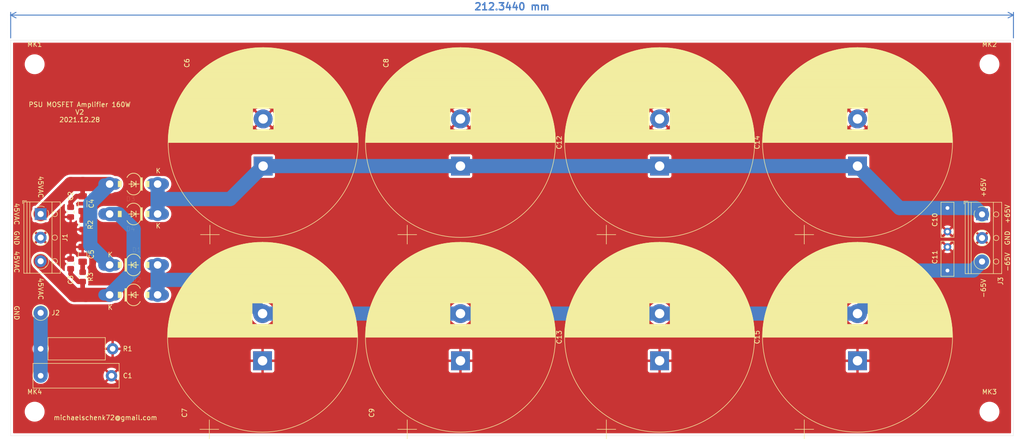
<source format=kicad_pcb>
(kicad_pcb (version 20211014) (generator pcbnew)
  (layers (0 "F.Cu" signal) (31 "B.Cu" signal) (34 "B.Paste" user) (35 "F.Paste" user) (36 "B.SilkS" user "B.Silkscreen") (37 "F.SilkS" user "F.Silkscreen") (38 "B.Mask" user) (39 "F.Mask" user) (44 "Edge.Cuts" user))
  (net 0 "")
  (net 1 "GND")
  (net 2 "Net-(C1-Pad1)")
  (net 3 "Net-(C2-Pad1)")
  (net 4 "Net-(C3-Pad2)")
  (net 5 "Net-(C4-Pad2)")
  (net 6 "Net-(C5-Pad2)")
  (net 7 "Net-(C6-Pad1)")
  (net 8 "Net-(C7-Pad2)")
  (footprint "Capacitor_THT:C_Rect_L18.0mm_W5.0mm_P15.00mm_FKS3_FKP3" (layer "F.Cu") (at 26.416 94.742)
    (fp_text reference "C1" (at 18.415 0) (layer "F.SilkS"))
    (fp_text value "2.2nF 2kV")
    (pad "1" thru_hole circle locked (at 0 0) (size 2.4 2.4) (drill 1.2) (layers *.Cu *.Mask) (net 2 "Net-(C1-Pad1)"))
    (pad "2" thru_hole circle locked (at 15 0) (size 2.4 2.4) (drill 1.2) (layers *.Cu *.Mask) (net 1 "GND"))
  )
  (footprint "Capacitor_SMD:C_0805_2012Metric_Pad1.18x1.45mm_HandSolder" (layer "F.Cu") (at 32.766 60.0495 -90)
    (fp_text reference "C2" (at -3.4075 0 90) (layer "F.SilkS"))
    (fp_text value "Cx/10nF/200V")
    (pad "1" smd roundrect locked (at -1.0375 0 270) (size 1.175 1.45) (layers "F.Cu" "F.Paste" "F.Mask") (roundrect_rratio 0.2127659574) (net 3 "Net-(C2-Pad1)"))
    (pad "2" smd roundrect locked (at 1.0375 0 270) (size 1.175 1.45) (layers "F.Cu" "F.Paste" "F.Mask") (roundrect_rratio 0.2127659574) (net 1 "GND"))
  )
  (footprint "Capacitor_SMD:C_0805_2012Metric_Pad1.18x1.45mm_HandSolder" (layer "F.Cu") (at 32.766 71.0145 -90)
    (fp_text reference "C3" (at 3.4075 0 90) (layer "F.SilkS"))
    (fp_text value "Cx/10nF/200V")
    (pad "1" smd roundrect locked (at -1.0375 0 270) (size 1.175 1.45) (layers "F.Cu" "F.Paste" "F.Mask") (roundrect_rratio 0.2127659574) (net 1 "GND"))
    (pad "2" smd roundrect locked (at 1.0375 0 270) (size 1.175 1.45) (layers "F.Cu" "F.Paste" "F.Mask") (roundrect_rratio 0.2127659574) (net 4 "Net-(C3-Pad2)"))
  )
  (footprint "Capacitor_SMD:C_1206_3216Metric_Pad1.33x1.80mm_HandSolder" (layer "F.Cu") (at 35.306 58.2545 -90)
    (fp_text reference "C4" (at 0 -1.85 90) (layer "F.SilkS"))
    (fp_text value "Cs")
    (pad "1" smd roundrect locked (at -1.5625 0 270) (size 1.325 1.8) (layers "F.Cu" "F.Paste" "F.Mask") (roundrect_rratio 0.1886784906) (net 3 "Net-(C2-Pad1)"))
    (pad "2" smd roundrect locked (at 1.5625 0 270) (size 1.325 1.8) (layers "F.Cu" "F.Paste" "F.Mask") (roundrect_rratio 0.1886784906) (net 5 "Net-(C4-Pad2)"))
  )
  (footprint "Capacitor_SMD:C_1206_3216Metric_Pad1.33x1.80mm_HandSolder" (layer "F.Cu") (at 35.306 68.9995 -90)
    (fp_text reference "C5" (at 0 -1.85 90) (layer "F.SilkS"))
    (fp_text value "Cs")
    (pad "1" smd roundrect locked (at -1.5625 0 270) (size 1.325 1.8) (layers "F.Cu" "F.Paste" "F.Mask") (roundrect_rratio 0.1886784906) (net 1 "GND"))
    (pad "2" smd roundrect locked (at 1.5625 0 270) (size 1.325 1.8) (layers "F.Cu" "F.Paste" "F.Mask") (roundrect_rratio 0.1886784906) (net 6 "Net-(C5-Pad2)"))
  )
  (footprint "Capacitor_THT:CP_Radial_D40.0mm_P10.00mm_SnapIn" (layer "F.Cu") (at 73.533 50.292 90)
    (fp_text reference "C6" (at 21.844 -16.129 90) (layer "F.SilkS"))
    (fp_text value "10000uF/100V")
    (pad "1" thru_hole rect locked (at 0 0 90) (size 4 4) (drill 2) (layers *.Cu *.Mask) (net 7 "Net-(C6-Pad1)"))
    (pad "2" thru_hole circle locked (at 10 0 90) (size 4 4) (drill 2) (layers *.Cu *.Mask) (net 1 "GND"))
  )
  (footprint "Capacitor_THT:CP_Radial_D40.0mm_P10.00mm_SnapIn" (layer "F.Cu") (at 73.406 91.567 90)
    (fp_text reference "C7" (at -11.049 -16.51 90) (layer "F.SilkS"))
    (fp_text value "10000uF/100V")
    (pad "1" thru_hole rect locked (at 0 0 90) (size 4 4) (drill 2) (layers *.Cu *.Mask) (net 1 "GND"))
    (pad "2" thru_hole circle locked (at 10 0 90) (size 4 4) (drill 2) (layers *.Cu *.Mask) (net 8 "Net-(C7-Pad2)"))
  )
  (footprint "Capacitor_THT:CP_Radial_D40.0mm_P10.00mm_SnapIn" (layer "F.Cu") (at 115.316 50.292 90)
    (fp_text reference "C8" (at 21.844 -15.748 90) (layer "F.SilkS"))
    (fp_text value "10000uF/100V")
    (pad "1" thru_hole rect locked (at 0 0 90) (size 4 4) (drill 2) (layers *.Cu *.Mask) (net 7 "Net-(C6-Pad1)"))
    (pad "2" thru_hole circle locked (at 10 0 90) (size 4 4) (drill 2) (layers *.Cu *.Mask) (net 1 "GND"))
  )
  (footprint "Capacitor_THT:CP_Radial_D40.0mm_P10.00mm_SnapIn" (layer "F.Cu") (at 115.316 91.567 90)
    (fp_text reference "C9" (at -11.049 -18.796 90) (layer "F.SilkS"))
    (fp_text value "10000uF/100V")
    (pad "1" thru_hole rect locked (at 0 0 90) (size 4 4) (drill 2) (layers *.Cu *.Mask) (net 1 "GND"))
    (pad "2" thru_hole circle locked (at 10 0 90) (size 4 4) (drill 2) (layers *.Cu *.Mask) (net 8 "Net-(C7-Pad2)"))
  )
  (footprint "kicad-snk:SOD64-10" (layer "F.Cu") (at 46.101 71.247)
    (fp_text reference "D1" (at 0.63569 -3.17845) (layer "F.SilkS") (effects (font (size 1.001087 1.001087) (thickness 0.015))))
    (fp_text value "BYV98-200")
    (pad "1" thru_hole oval locked (at -5.08 0) (size 4.8006 2.4003) (drill 1.6002) (layers *.Cu *.Mask) (net 3 "Net-(C2-Pad1)"))
    (pad "2" thru_hole oval locked (at 5.08 0) (size 4.8006 2.4003) (drill 1.6002) (layers *.Cu *.Mask) (net 8 "Net-(C7-Pad2)"))
  )
  (footprint "kicad-snk:SOD64-10" (layer "F.Cu") (at 46.101 77.597)
    (fp_text reference "D2" (at 0.63569 -3.17845) (layer "F.SilkS") (effects (font (size 1.001087 1.001087) (thickness 0.015))))
    (fp_text value "BYV98-200")
    (pad "1" thru_hole oval locked (at -5.08 0) (size 4.8006 2.4003) (drill 1.6002) (layers *.Cu *.Mask) (net 4 "Net-(C3-Pad2)"))
    (pad "2" thru_hole oval locked (at 5.08 0) (size 4.8006 2.4003) (drill 1.6002) (layers *.Cu *.Mask) (net 8 "Net-(C7-Pad2)"))
  )
  (footprint "kicad-snk:SOD64-10" (layer "F.Cu") (at 46.101 54.102 180)
    (fp_text reference "D3" (at 0.63569 -3.17845) (layer "F.SilkS") (effects (font (size 1.001087 1.001087) (thickness 0.015))))
    (fp_text value "BYV98-200")
    (pad "1" thru_hole oval locked (at -5.08 0 180) (size 4.8006 2.4003) (drill 1.6002) (layers *.Cu *.Mask) (net 7 "Net-(C6-Pad1)"))
    (pad "2" thru_hole oval locked (at 5.08 0 180) (size 4.8006 2.4003) (drill 1.6002) (layers *.Cu *.Mask) (net 3 "Net-(C2-Pad1)"))
  )
  (footprint "kicad-snk:SOD64-10" (layer "F.Cu") (at 46.101 60.452 180)
    (fp_text reference "D4" (at 0.63569 -3.17845) (layer "F.SilkS") (effects (font (size 1.001087 1.001087) (thickness 0.015))))
    (fp_text value "BYV98-200")
    (pad "1" thru_hole oval locked (at -5.08 0 180) (size 4.8006 2.4003) (drill 1.6002) (layers *.Cu *.Mask) (net 7 "Net-(C6-Pad1)"))
    (pad "2" thru_hole oval locked (at 5.08 0 180) (size 4.8006 2.4003) (drill 1.6002) (layers *.Cu *.Mask) (net 4 "Net-(C3-Pad2)"))
  )
  (footprint "TerminalBlock_RND:TerminalBlock_RND_205-00013_1x03_P5.00mm_Horizontal" (layer "F.Cu") (at 26.416 60.452 -90)
    (fp_text reference "J1" (at 5 -5.16 90) (layer "F.SilkS"))
    (fp_text value "Screw_Terminal_01x03")
    (pad "1" thru_hole rect locked (at 0 0 270) (size 2.5 2.5) (drill 1.3) (layers *.Cu *.Mask) (net 3 "Net-(C2-Pad1)"))
    (pad "2" thru_hole circle locked (at 5 0 270) (size 2.5 2.5) (drill 1.3) (layers *.Cu *.Mask) (net 1 "GND"))
    (pad "3" thru_hole circle locked (at 10 0 270) (size 2.5 2.5) (drill 1.3) (layers *.Cu *.Mask) (net 4 "Net-(C3-Pad2)"))
  )
  (footprint "Connector_Pin:Pin_D1.3mm_L11.0mm" (layer "F.Cu") (at 26.416 81.407)
    (fp_text reference "J2" (at 3.175 0) (layer "F.SilkS"))
    (fp_text value "EARTH")
    (pad "1" thru_hole circle locked (at 0 0) (size 2.6 2.6) (drill 1.3) (layers *.Cu *.Mask) (net 2 "Net-(C1-Pad1)"))
  )
  (footprint "Resistor_THT:R_Axial_DIN0414_L11.9mm_D4.5mm_P15.24mm_Horizontal" (layer "F.Cu") (at 26.416 89.027)
    (fp_text reference "R1" (at 18.415 0) (layer "F.SilkS"))
    (fp_text value "100R/2W")
    (pad "1" thru_hole circle locked (at 0 0) (size 2.4 2.4) (drill 1.2) (layers *.Cu *.Mask) (net 2 "Net-(C1-Pad1)"))
    (pad "2" thru_hole oval locked (at 15.24 0) (size 2.4 2.4) (drill 1.2) (layers *.Cu *.Mask) (net 1 "GND"))
  )
  (footprint "Resistor_SMD:R_0805_2012Metric_Pad1.20x1.40mm_HandSolder" (layer "F.Cu") (at 35.306 62.722 -90)
    (fp_text reference "R2" (at 0 -1.65 90) (layer "F.SilkS"))
    (fp_text value "Rs/1/8W")
    (pad "1" smd roundrect locked (at -1 0 270) (size 1.2 1.4) (layers "F.Cu" "F.Paste" "F.Mask") (roundrect_rratio 0.2083325) (net 5 "Net-(C4-Pad2)"))
    (pad "2" smd roundrect locked (at 1 0 270) (size 1.2 1.4) (layers "F.Cu" "F.Paste" "F.Mask") (roundrect_rratio 0.2083325) (net 1 "GND"))
  )
  (footprint "Resistor_SMD:R_0805_2012Metric_Pad1.20x1.40mm_HandSolder" (layer "F.Cu") (at 35.306 73.787 -90)
    (fp_text reference "R3" (at 0 -1.65 90) (layer "F.SilkS"))
    (fp_text value "Rs/1/8W")
    (pad "1" smd roundrect locked (at -1 0 270) (size 1.2 1.4) (layers "F.Cu" "F.Paste" "F.Mask") (roundrect_rratio 0.2083325) (net 6 "Net-(C5-Pad2)"))
    (pad "2" smd roundrect locked (at 1 0 270) (size 1.2 1.4) (layers "F.Cu" "F.Paste" "F.Mask") (roundrect_rratio 0.2083325) (net 4 "Net-(C3-Pad2)"))
  )
  (footprint "Capacitor_THT:C_Rect_L7.2mm_W2.5mm_P5.00mm_FKS2_FKP2_MKS2_MKP2" (layer "F.Cu") (at 218.44 59.182 -90)
    (fp_text reference "C10" (at 2.5 2.667 90) (layer "F.SilkS"))
    (fp_text value "100n")
    (pad "1" thru_hole circle locked (at 0 0 270) (size 1.6 1.6) (drill 0.8) (layers *.Cu *.Mask) (net 7 "Net-(C6-Pad1)"))
    (pad "2" thru_hole circle locked (at 5 0 270) (size 1.6 1.6) (drill 0.8) (layers *.Cu *.Mask) (net 1 "GND"))
  )
  (footprint "Capacitor_THT:C_Rect_L7.2mm_W2.5mm_P5.00mm_FKS2_FKP2_MKS2_MKP2" (layer "F.Cu") (at 218.44 67.437 -90)
    (fp_text reference "C11" (at 2.159 2.667 90) (layer "F.SilkS"))
    (fp_text value "100n")
    (pad "1" thru_hole circle locked (at 0 0 270) (size 1.6 1.6) (drill 0.8) (layers *.Cu *.Mask) (net 1 "GND"))
    (pad "2" thru_hole circle locked (at 5 0 270) (size 1.6 1.6) (drill 0.8) (layers *.Cu *.Mask) (net 8 "Net-(C7-Pad2)"))
  )
  (footprint "MountingHole:MountingHole_3.2mm_M3" (layer "F.Cu") (at 227.33 28.702)
    (fp_text reference "MK2" (at 0 -4.2) (layer "F.SilkS"))
    (fp_text value "Mounting_Hole_PAD")
    (pad "" np_thru_hole circle locked (at 0 0) (size 3.2 3.2) (drill 3.2) (layers *.Cu *.Mask))
  )
  (footprint "MountingHole:MountingHole_3.2mm_M3" (layer "F.Cu") (at 227.33 102.362)
    (fp_text reference "MK3" (at 0 -4.2) (layer "F.SilkS"))
    (fp_text value "Mounting_Hole_PAD")
    (pad "" np_thru_hole circle locked (at 0 0) (size 3.2 3.2) (drill 3.2) (layers *.Cu *.Mask))
  )
  (footprint "MountingHole:MountingHole_3.2mm_M3" (layer "F.Cu") (at 25.146 102.362)
    (fp_text reference "MK4" (at 0 -4.2) (layer "F.SilkS"))
    (fp_text value "Mounting_Hole_PAD")
    (pad "" np_thru_hole circle locked (at 0 0) (size 3.2 3.2) (drill 3.2) (layers *.Cu *.Mask))
  )
  (footprint "MountingHole:MountingHole_3.2mm_M3" (layer "F.Cu") (at 25.146 28.702)
    (fp_text reference "MK1" (at 0 -4.2) (layer "F.SilkS"))
    (fp_text value "Mounting_Hole_PAD")
    (pad "" np_thru_hole circle locked (at 0 0) (size 3.2 3.2) (drill 3.2) (layers *.Cu *.Mask))
  )
  (footprint "TerminalBlock_RND:TerminalBlock_RND_205-00013_1x03_P5.00mm_Horizontal" (layer "F.Cu") (at 225.76 60.532 -90)
    (fp_text reference "J3" (at 14.144 -3.937 90) (layer "F.SilkS"))
    (fp_text value "Screw_Terminal_01x03")
    (pad "1" thru_hole rect locked (at 0 0 270) (size 2.5 2.5) (drill 1.3) (layers *.Cu *.Mask) (net 7 "Net-(C6-Pad1)"))
    (pad "2" thru_hole circle locked (at 5 0 270) (size 2.5 2.5) (drill 1.3) (layers *.Cu *.Mask) (net 1 "GND"))
    (pad "3" thru_hole circle locked (at 10 0 270) (size 2.5 2.5) (drill 1.3) (layers *.Cu *.Mask) (net 8 "Net-(C7-Pad2)"))
  )
  (footprint "Capacitor_THT:CP_Radial_D40.0mm_P10.00mm_SnapIn" (layer "F.Cu") (at 199.39 50.291999 90)
    (fp_text reference "C14" (at 5 -21.25 90) (layer "F.SilkS"))
    (fp_text value "10000uF/100V")
    (pad "1" thru_hole rect locked (at 0 0 90) (size 4 4) (drill 2) (layers *.Cu *.Mask) (net 7 "Net-(C6-Pad1)"))
    (pad "2" thru_hole circle locked (at 10 0 90) (size 4 4) (drill 2) (layers *.Cu *.Mask) (net 1 "GND"))
  )
  (footprint "Capacitor_THT:CP_Radial_D40.0mm_P10.00mm_SnapIn" (layer "F.Cu") (at 199.39 91.567 90)
    (fp_text reference "C15" (at 5 -21.25 90) (layer "F.SilkS"))
    (fp_text value "10000uF/100V")
    (pad "1" thru_hole rect locked (at 0 0 90) (size 4 4) (drill 2) (layers *.Cu *.Mask) (net 1 "GND"))
    (pad "2" thru_hole circle locked (at 10 0 90) (size 4 4) (drill 2) (layers *.Cu *.Mask) (net 8 "Net-(C7-Pad2)"))
  )
  (footprint "Capacitor_THT:CP_Radial_D40.0mm_P10.00mm_SnapIn" (layer "F.Cu") (at 157.48 91.567 90)
    (fp_text reference "C13" (at 5 -21.25 90) (layer "F.SilkS"))
    (fp_text value "10000uF/100V")
    (pad "1" thru_hole rect locked (at 0 0 90) (size 4 4) (drill 2) (layers *.Cu *.Mask) (net 1 "GND"))
    (pad "2" thru_hole circle locked (at 10 0 90) (size 4 4) (drill 2) (layers *.Cu *.Mask) (net 8 "Net-(C7-Pad2)"))
  )
  (footprint "Capacitor_THT:CP_Radial_D40.0mm_P10.00mm_SnapIn" (layer "F.Cu") (at 157.48 50.291999 90)
    (fp_text reference "C12" (at 5 -21.25 90) (layer "F.SilkS"))
    (fp_text value "10000uF/100V")
    (pad "1" thru_hole rect locked (at 0 0 90) (size 4 4) (drill 2) (layers *.Cu *.Mask) (net 7 "Net-(C6-Pad1)"))
    (pad "2" thru_hole circle locked (at 10 0 90) (size 4 4) (drill 2) (layers *.Cu *.Mask) (net 1 "GND"))
  )
  (gr_line (start 20.066 23.622) (end 20.066 107.442) (layer "Edge.Cuts") (width 0.05))
  (gr_line (start 232.41 107.442) (end 232.41 23.622) (layer "Edge.Cuts") (width 0.05))
  (gr_line (start 20.066 107.442) (end 232.41 107.442) (layer "Edge.Cuts") (width 0.05))
  (gr_line (start 232.41 23.622) (end 20.066 23.622) (layer "Edge.Cuts") (width 0.05))
  (gr_text "+65V" (at 226.06 54.864 90) (layer "F.SilkS") (effects (font (size 1 1))))
  (gr_text "-65V" (at 226.06 76.2 90) (layer "F.SilkS") (effects (font (size 1 1))))
  (gr_text "K" (at 51.308 62.992) (layer "F.SilkS") (effects (font (size 1 1))))
  (gr_text "K" (at 41.148 69.088) (layer "F.SilkS") (effects (font (size 1 1))))
  (gr_text "K" (at 41.148 80.264) (layer "F.SilkS") (effects (font (size 1 1))))
  (gr_text "45VAC" (at 21.336 70.612 270) (layer "F.SilkS") (effects (font (size 1 1))))
  (gr_text "45VAC" (at 26.416 76.327 270) (layer "F.SilkS") (effects (font (size 1 1))))
  (gr_text "45VAC" (at 26.416 54.737 270) (layer "F.SilkS") (effects (font (size 1 1))))
  (gr_text "GND" (at 21.336 81.407 270) (layer "F.SilkS") (effects (font (size 1 1))))
  (gr_text "45VAC" (at 21.336 60.452 270) (layer "F.SilkS") (effects (font (size 1 1))))
  (gr_text "+65V" (at 231.14 60.452 90) (layer "F.SilkS") (effects (font (size 1 1))))
  (gr_text "K" (at 51.308 51.308) (layer "F.SilkS") (effects (font (size 1 1))))
  (gr_text "GND" (at 231.14 65.532 90) (layer "F.SilkS") (effects (font (size 1 1))))
  (gr_text "GND" (at 21.336 65.532 270) (layer "F.SilkS") (effects (font (size 1 1))))
  (gr_text "PSU MOSFET Amplifier 160W\nV2\n2021.12.28" (at 34.671 38.862) (layer "F.SilkS") (effects (font (size 1 1))))
  (gr_text "-65V" (at 231.14 70.612 90) (layer "F.SilkS") (effects (font (size 1 1))))
  (gr_text "michaelschenk72@gmail.com" (at 40.132 103.632) (layer "F.SilkS") (effects (font (size 1 1))))
  (dimension (type aligned) (layer "B.Cu") (pts (xy 20.066 23.622) (xy 232.41 23.622)) (height -5.334) (gr_text "212.3440 mm" (at 126.238 16.488) (layer "B.Cu") (effects (font (size 1.5 1.5) (thickness 0.3)))) (format (units 3) (units_format 1) (precision 4)) (style (thickness 0.2) (arrow_length 1.27) (text_position_mode 0) (extension_height 0.58642) (extension_offset 0.5) keep_text_aligned))
  (segment (start 26.416 89.027) (end 26.416 94.742) (width 3) (layer "B.Cu") (net 2))
  (segment (start 26.416 81.407) (end 26.416 89.027) (width 3) (layer "B.Cu") (net 2))
  (segment (start 32.766 57.912) (end 32.766 59.012) (width 1) (layer "F.Cu") (net 3))
  (segment (start 33.986 56.692) (end 32.766 57.912) (width 1) (layer "F.Cu") (net 3))
  (segment (start 35.306 56.692) (end 35.306 54.102) (width 1) (layer "F.Cu") (net 3))
  (segment (start 41.021 54.102) (end 35.306 54.102) (width 3) (layer "F.Cu") (net 3))
  (segment (start 35.306 56.692) (end 33.986 56.692) (width 1) (layer "F.Cu") (net 3))
  (segment (start 32.766 54.102) (end 26.416 60.452) (width 3) (layer "F.Cu") (net 3))
  (segment (start 35.306 54.102) (end 32.766 54.102) (width 3) (layer "F.Cu") (net 3))
  (segment (start 36.92069 67.14669) (end 41.021 71.247) (width 3) (layer "B.Cu") (net 3))
  (segment (start 36.92069 58.20231) (end 36.92069 67.14669) (width 3) (layer "B.Cu") (net 3))
  (segment (start 41.021 54.102) (end 36.92069 58.20231) (width 3) (layer "B.Cu") (net 3))
  (segment (start 35.306 74.787) (end 35.306 76.962) (width 1) (layer "F.Cu") (net 4))
  (segment (start 33.561 77.597) (end 26.416 70.452) (width 3) (layer "F.Cu") (net 4))
  (segment (start 34.401 74.787) (end 32.766 73.152) (width 1) (layer "F.Cu") (net 4))
  (segment (start 35.306 74.787) (end 34.401 74.787) (width 1) (layer "F.Cu") (net 4))
  (segment (start 35.941 77.597) (end 33.561 77.597) (width 3) (layer "F.Cu") (net 4))
  (segment (start 32.766 73.152) (end 32.766 72.052) (width 1) (layer "F.Cu") (net 4))
  (segment (start 35.306 76.962) (end 35.941 77.597) (width 1) (layer "F.Cu") (net 4))
  (segment (start 41.021 77.597) (end 35.941 77.597) (width 3) (layer "F.Cu") (net 4))
  (segment (start 41.021 77.597) (end 46.101 72.517) (width 3) (layer "B.Cu") (net 4))
  (segment (start 42.926 60.452) (end 41.021 60.452) (width 3) (layer "B.Cu") (net 4))
  (segment (start 46.101 63.627) (end 42.926 60.452) (width 3) (layer "B.Cu") (net 4))
  (segment (start 46.101 72.517) (end 46.101 63.627) (width 3) (layer "B.Cu") (net 4))
  (segment (start 35.306 61.722) (end 35.306 59.817) (width 1) (layer "F.Cu") (net 5))
  (segment (start 35.306 72.787) (end 35.306 70.562) (width 1) (layer "F.Cu") (net 6))
  (segment (start 51.181 57.277) (end 51.181 54.102) (width 3) (layer "B.Cu") (net 7))
  (segment (start 73.533 50.292) (end 115.316 50.292) (width 3) (layer "B.Cu") (net 7))
  (segment (start 115.316 50.292) (end 157.48 50.291999) (width 3) (layer "B.Cu") (net 7))
  (segment (start 51.181 60.452) (end 51.181 57.277) (width 3) (layer "B.Cu") (net 7))
  (segment (start 157.48 50.291999) (end 199.39 50.291999) (width 3) (layer "B.Cu") (net 7))
  (segment (start 66.548 57.277) (end 73.533 50.292) (width 3) (layer "B.Cu") (net 7))
  (segment (start 208.280001 59.182) (end 199.39 50.291999) (width 3) (layer "B.Cu") (net 7))
  (segment (start 51.181 57.277) (end 66.548 57.277) (width 3) (layer "B.Cu") (net 7))
  (segment (start 218.44 59.182) (end 224.41 59.182) (width 3) (layer "B.Cu") (net 7))
  (segment (start 224.41 59.182) (end 225.76 60.532) (width 3) (layer "B.Cu") (net 7))
  (segment (start 218.44 59.182) (end 208.280001 59.182) (width 3) (layer "B.Cu") (net 7))
  (segment (start 115.316 81.567) (end 157.48 81.567) (width 3) (layer "B.Cu") (net 8))
  (segment (start 223.855 72.437) (end 225.76 70.532) (width 3) (layer "B.Cu") (net 8))
  (segment (start 218.44 72.437) (end 223.855 72.437) (width 3) (layer "B.Cu") (net 8))
  (segment (start 208.52 72.437) (end 199.39 81.567) (width 3) (layer "B.Cu") (net 8))
  (segment (start 218.44 72.437) (end 208.52 72.437) (width 3) (layer "B.Cu") (net 8))
  (segment (start 115.316 81.567) (end 73.406 81.567) (width 3) (layer "B.Cu") (net 8))
  (segment (start 157.48 81.567) (end 199.39 81.567) (width 3) (layer "B.Cu") (net 8))
  (segment (start 51.181 74.422) (end 66.261 74.422) (width 3) (layer "B.Cu") (net 8))
  (segment (start 66.261 74.422) (end 73.406 81.567) (width 3) (layer "B.Cu") (net 8))
  (segment (start 51.181 77.597) (end 51.181 74.422) (width 3) (layer "B.Cu") (net 8))
  (segment (start 51.181 74.422) (end 51.181 71.247) (width 3) (layer "B.Cu") (net 8))
  (zone (net 1) (net_name "GND") (layer "F.Cu") (connect_pads (clearance 0.508)) (min_thickness 0.254) (fill yes (thermal_gap 0.508) (thermal_bridge_width 0.508))
    (polygon (pts (xy 232.156 107.442) (xy 20.066 107.442) (xy 20.066 23.622) (xy 232.156 23.622)))
  )
)
</source>
